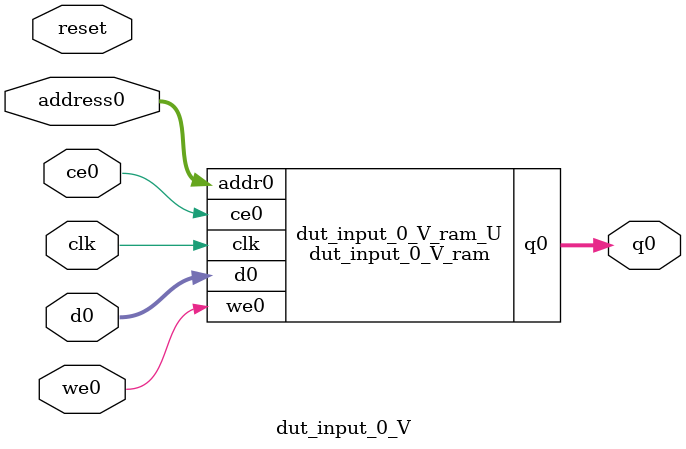
<source format=v>
`timescale 1 ns / 1 ps
module dut_input_0_V_ram (addr0, ce0, d0, we0, q0,  clk);

parameter DWIDTH = 40;
parameter AWIDTH = 5;
parameter MEM_SIZE = 24;

input[AWIDTH-1:0] addr0;
input ce0;
input[DWIDTH-1:0] d0;
input we0;
output reg[DWIDTH-1:0] q0;
input clk;

(* ram_style = "distributed" *)reg [DWIDTH-1:0] ram[0:MEM_SIZE-1];




always @(posedge clk)  
begin 
    if (ce0) begin
        if (we0) 
            ram[addr0] <= d0; 
        q0 <= ram[addr0];
    end
end


endmodule

`timescale 1 ns / 1 ps
module dut_input_0_V(
    reset,
    clk,
    address0,
    ce0,
    we0,
    d0,
    q0);

parameter DataWidth = 32'd40;
parameter AddressRange = 32'd24;
parameter AddressWidth = 32'd5;
input reset;
input clk;
input[AddressWidth - 1:0] address0;
input ce0;
input we0;
input[DataWidth - 1:0] d0;
output[DataWidth - 1:0] q0;



dut_input_0_V_ram dut_input_0_V_ram_U(
    .clk( clk ),
    .addr0( address0 ),
    .ce0( ce0 ),
    .we0( we0 ),
    .d0( d0 ),
    .q0( q0 ));

endmodule


</source>
